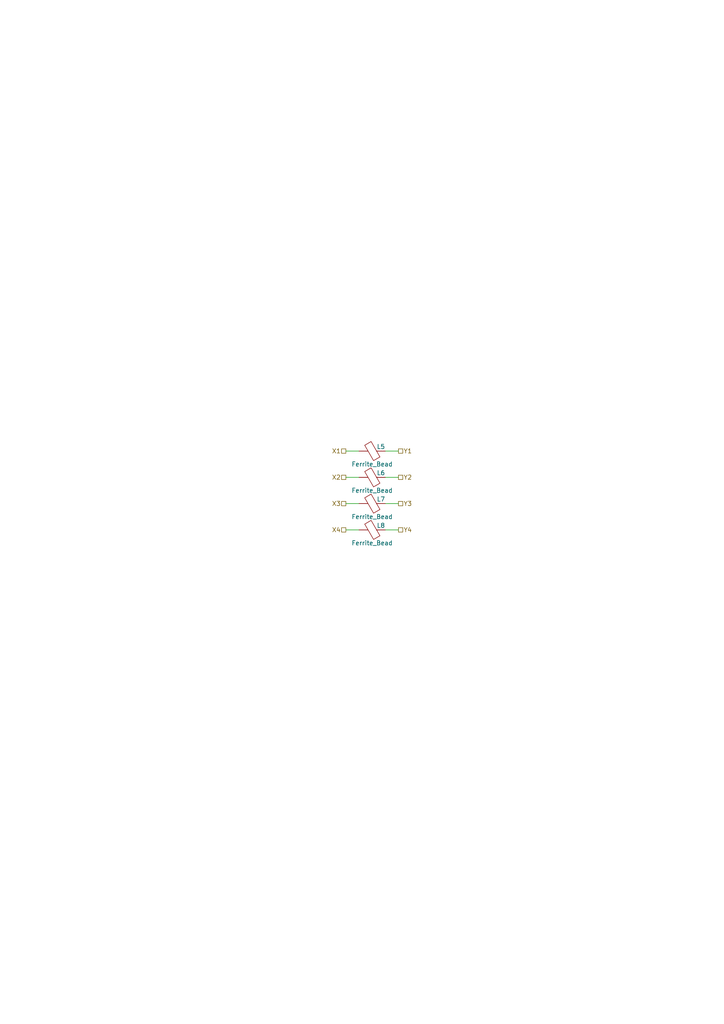
<source format=kicad_sch>
(kicad_sch (version 20230121) (generator eeschema)
  (paper "A4" portrait)
  (title_block (title "RasPi Zero NAV Hat") (date "2023-05-12") (rev "0.1") (company "chipiki.ru") (comment 1 "RasPi Zero NAV Hat") (comment 2 "Denis Tsekh"))
  (lib_symbols
    (symbol "Device:FerriteBead" (pin_numbers hide) (pin_names (offset 0))
      (property "Reference" "FB" (at -3.81 0.635 90))
      (property "Value" "FerriteBead" (at 3.81 0 90))
      (symbol "FerriteBead_0_1"
        (polyline (pts (xy 0 -1.27) (xy 0 -1.2192)))
        (polyline (pts (xy 0 1.27) (xy 0 1.2954)))
        (polyline (pts (xy -2.7686 0.4064) (xy -1.7018 2.2606) (xy 2.7686 -0.3048) (xy 1.6764 -2.159) (xy -2.7686 0.4064)))
      )
      (symbol "FerriteBead_1_1"
        (pin passive line (at 0 3.81 270) (length 2.54) (name "~") (number "1"))
        (pin passive line (at 0 -3.81 90) (length 2.54) (name "~") (number "2"))
      )
    )
    (symbol "Device:Ferrite_Bead" (pin_numbers hide) (pin_names (offset 0))
      (property "Reference" "FB" (at -3.81 0.635 90))
      (property "Value" "Device_Ferrite_Bead" (at 3.81 0 90))
      (symbol "Ferrite_Bead_0_1"
        (polyline (pts (xy 0 -1.27) (xy 0 -1.2192)))
        (polyline (pts (xy 0 1.27) (xy 0 1.2954)))
        (polyline (pts (xy -2.7686 0.4064) (xy -1.7018 2.2606) (xy 2.7686 -0.3048) (xy 1.6764 -2.159) (xy -2.7686 0.4064)))
      )
      (symbol "Ferrite_Bead_1_1"
        (pin passive line (at 0 3.81 270) (length 2.54) (name "~") (number "1"))
        (pin passive line (at 0 -3.81 90) (length 2.54) (name "~") (number "2"))
      )
    )
  )
  (wire (pts (xy 104.14 146.05) (xy 100.33 146.05)))
  (wire (pts (xy 115.57 153.67) (xy 111.76 153.67)))
  (wire (pts (xy 104.14 153.67) (xy 100.33 153.67)))
  (wire (pts (xy 104.14 138.43) (xy 100.33 138.43)))
  (wire (pts (xy 115.57 138.43) (xy 111.76 138.43)))
  (wire (pts (xy 104.14 130.81) (xy 100.33 130.81)))
  (wire (pts (xy 115.57 146.05) (xy 111.76 146.05)))
  (wire (pts (xy 115.57 130.81) (xy 111.76 130.81)))
  (hierarchical_label "X3" (shape passive) (at 100.33 146.05 180))
  (hierarchical_label "X4" (shape passive) (at 100.33 153.67 180))
  (hierarchical_label "Y2" (shape passive) (at 115.57 138.43 0))
  (hierarchical_label "Y1" (shape passive) (at 115.57 130.81 0))
  (hierarchical_label "X2" (shape passive) (at 100.33 138.43 180))
  (hierarchical_label "Y3" (shape passive) (at 115.57 146.05 0))
  (hierarchical_label "X1" (shape passive) (at 100.33 130.81 180))
  (hierarchical_label "Y4" (shape passive) (at 115.57 153.67 0))
  (symbol (lib_id "Device:FerriteBead") (at 107.95 130.81 270) (mirror x) (unit 1)
    (property "Reference" "L5" (at 110.49 129.54 90))
    (property "Value" "Ferrite_Bead" (at 107.95 142.24 90))
    (property "Footprint" "Inductor_SMD:L_0402_1005Metric" (effects hide))
  )
  (symbol (lib_id "Device:Ferrite_Bead") (at 107.95 138.43 270) (mirror x) (unit 1)
    (property "Reference" "L6" (at 110.49 137.16 90))
    (property "Value" "Ferrite_Bead" (at 107.95 134.62 90))
    (property "Footprint" "Inductor_SMD:L_0402_1005Metric" (effects hide))
  )
  (symbol (lib_id "Device:FerriteBead") (at 107.95 146.05 270) (mirror x) (unit 1)
    (property "Reference" "L7" (at 110.49 144.78 90))
    (property "Value" "Ferrite_Bead" (at 107.95 157.48 90))
    (property "Footprint" "Inductor_SMD:L_0402_1005Metric" (effects hide))
  )
  (symbol (lib_id "Device:FerriteBead") (at 107.95 153.67 270) (mirror x) (unit 1)
    (property "Reference" "L8" (at 110.49 152.4 90))
    (property "Value" "Ferrite_Bead" (at 107.95 149.86 90))
    (property "Footprint" "Inductor_SMD:L_0402_1005Metric" (effects hide))
  )
)
</source>
